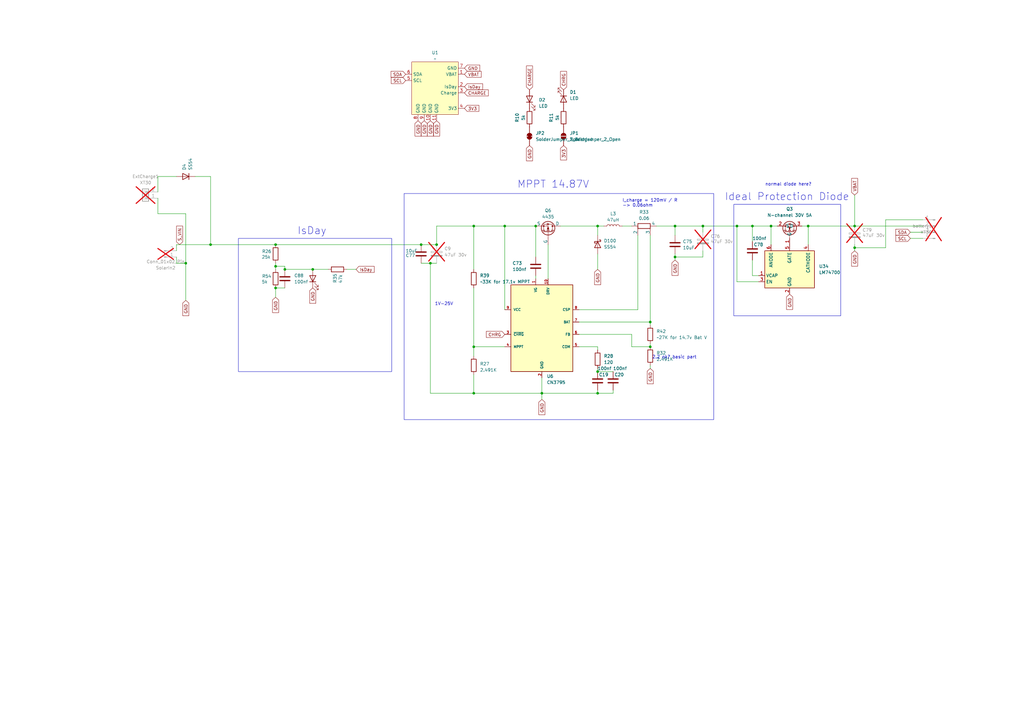
<source format=kicad_sch>
(kicad_sch (version 20250114) (generator "eeschema") (generator_version "9.0")
  (paper "A3")
  (lib_symbols
    (symbol "CN3795:CN3795" (pin_names (offset 1.016))
      (property "Reference" "U" (at 5.08 18.542 0))
      (property "Value" "CN3795" (at 5.08 -20.32 0))
      (symbol "CN3795_0_0"
        (rectangle (start -12.7 -17.78) (end 12.7 17.78) (stroke (width 0.254)) (fill (type background)))
        (pin bidirectional line (at -15.24 7.62 0) (length 2.54) (name "VCC") (number "9"))
        (pin bidirectional line (at -15.24 -2.54 0) (length 2.54) (name "~{CHRG}") (number "3"))
        (pin bidirectional line (at -15.24 -7.62 0) (length 2.54) (name "MPPT") (number "4"))
        (pin bidirectional line (at -2.54 20.32 270) (length 2.54) (name "VG") (number "1"))
        (pin bidirectional line (at 0 -20.32 90) (length 2.54) (name "GND") (number "2"))
        (pin bidirectional line (at 2.54 20.32 270) (length 2.54) (name "DRV") (number "10"))
        (pin bidirectional line (at 15.24 7.62 180) (length 2.54) (name "CSP") (number "8"))
        (pin bidirectional line (at 15.24 2.54 180) (length 2.54) (name "BAT") (number "7"))
        (pin bidirectional line (at 15.24 -2.54 180) (length 2.54) (name "FB") (number "6"))
        (pin bidirectional line (at 15.24 -7.62 180) (length 2.54) (name "COM") (number "5"))
      )
    )
    (symbol "Connector:Conn_01x02_Pin" (pin_names (offset 1.016) (hide yes))
      (property "Reference" "J" (at 0 2.54 0))
      (property "Value" "Conn_01x02_Pin" (at 0 -5.08 0))
      (symbol "Conn_01x02_Pin_1_1"
        (rectangle (start 0.8636 0.127) (end 0 -0.127) (stroke (width 0.1524)) (fill (type outline)))
        (rectangle (start 0.8636 -2.413) (end 0 -2.667) (stroke (width 0.1524)) (fill (type outline)))
        (polyline (pts (xy 1.27 0) (xy 0.8636 0)) (stroke (width 0.1524)))
        (polyline (pts (xy 1.27 -2.54) (xy 0.8636 -2.54)) (stroke (width 0.1524)))
        (pin passive line (at 5.08 0 180) (length 3.81) (name "Pin_1") (number "1"))
        (pin passive line (at 5.08 -2.54 180) (length 3.81) (name "Pin_2") (number "2"))
      )
    )
    (symbol "Connector:Conn_01x04_Pin" (pin_names (offset 1.016) (hide yes))
      (property "Reference" "J" (at 0 5.08 0))
      (property "Value" "Conn_01x04_Pin" (at 0 -7.62 0))
      (symbol "Conn_01x04_Pin_1_1"
        (rectangle (start 0.8636 2.667) (end 0 2.413) (stroke (width 0.1524)) (fill (type outline)))
        (rectangle (start 0.8636 0.127) (end 0 -0.127) (stroke (width 0.1524)) (fill (type outline)))
        (rectangle (start 0.8636 -2.413) (end 0 -2.667) (stroke (width 0.1524)) (fill (type outline)))
        (rectangle (start 0.8636 -4.953) (end 0 -5.207) (stroke (width 0.1524)) (fill (type outline)))
        (polyline (pts (xy 1.27 2.54) (xy 0.8636 2.54)) (stroke (width 0.1524)))
        (polyline (pts (xy 1.27 0) (xy 0.8636 0)) (stroke (width 0.1524)))
        (polyline (pts (xy 1.27 -2.54) (xy 0.8636 -2.54)) (stroke (width 0.1524)))
        (polyline (pts (xy 1.27 -5.08) (xy 0.8636 -5.08)) (stroke (width 0.1524)))
        (pin passive line (at 5.08 2.54 180) (length 3.81) (name "Pin_1") (number "1"))
        (pin passive line (at 5.08 0 180) (length 3.81) (name "Pin_2") (number "2"))
        (pin passive line (at 5.08 -2.54 180) (length 3.81) (name "Pin_3") (number "3"))
        (pin passive line (at 5.08 -5.08 180) (length 3.81) (name "Pin_4") (number "4"))
      )
    )
    (symbol "Connector_Generic:Conn_01x02" (pin_names (offset 1.016) (hide yes))
      (property "Reference" "J" (at 0 2.54 0))
      (property "Value" "Conn_01x02" (at 0 -5.08 0))
      (symbol "Conn_01x02_1_1"
        (rectangle (start -1.27 1.27) (end 1.27 -3.81) (stroke (width 0.254)) (fill (type background)))
        (rectangle (start -1.27 0.127) (end 0 -0.127) (stroke (width 0.1524)))
        (rectangle (start -1.27 -2.413) (end 0 -2.667) (stroke (width 0.1524)))
        (pin passive line (at -5.08 0 0) (length 3.81) (name "Pin_1") (number "1"))
        (pin passive line (at -5.08 -2.54 0) (length 3.81) (name "Pin_2") (number "2"))
      )
    )
    (symbol "Device:C" (pin_numbers (hide yes)) (pin_names (offset 0.254))
      (property "Reference" "C" (at 0.635 2.54 0))
      (property "Value" "C" (at 0.635 -2.54 0))
      (symbol "C_0_1"
        (polyline (pts (xy -2.032 0.762) (xy 2.032 0.762)) (stroke (width 0.508)))
        (polyline (pts (xy -2.032 -0.762) (xy 2.032 -0.762)) (stroke (width 0.508)))
      )
      (symbol "C_1_1"
        (pin passive line (at 0 3.81 270) (length 2.794) (name "~") (number "1"))
        (pin passive line (at 0 -3.81 90) (length 2.794) (name "~") (number "2"))
      )
    )
    (symbol "Device:C_Polarized" (pin_numbers (hide yes)) (pin_names (offset 0.254))
      (property "Reference" "C" (at 0.635 2.54 0))
      (property "Value" "C_Polarized" (at 0.635 -2.54 0))
      (symbol "C_Polarized_0_1"
        (rectangle (start -2.286 0.508) (end 2.286 1.016))
        (polyline (pts (xy -1.778 2.286) (xy -0.762 2.286)))
        (polyline (pts (xy -1.27 2.794) (xy -1.27 1.778)))
        (rectangle (start 2.286 -0.508) (end -2.286 -1.016) (fill (type outline)))
      )
      (symbol "C_Polarized_1_1"
        (pin passive line (at 0 3.81 270) (length 2.794) (name "~") (number "1"))
        (pin passive line (at 0 -3.81 90) (length 2.794) (name "~") (number "2"))
      )
    )
    (symbol "Device:D" (pin_numbers (hide yes)) (pin_names (offset 1.016) (hide yes))
      (property "Reference" "D" (at 0 2.54 0))
      (property "Value" "D" (at 0 -2.54 0))
      (symbol "D_0_1"
        (polyline (pts (xy -1.27 1.27) (xy -1.27 -1.27)) (stroke (width 0.254)))
        (polyline (pts (xy 1.27 1.27) (xy 1.27 -1.27) (xy -1.27 0) (xy 1.27 1.27)) (stroke (width 0.254)))
        (polyline (pts (xy 1.27 0) (xy -1.27 0)))
      )
      (symbol "D_1_1"
        (pin passive line (at -3.81 0 0) (length 2.54) (name "K") (number "1"))
        (pin passive line (at 3.81 0 180) (length 2.54) (name "A") (number "2"))
      )
    )
    (symbol "Device:D_Schottky" (pin_numbers (hide yes)) (pin_names (offset 1.016) (hide yes))
      (property "Reference" "D" (at 0 2.54 0))
      (property "Value" "D_Schottky" (at 0 -2.54 0))
      (symbol "D_Schottky_0_1"
        (polyline (pts (xy -1.905 0.635) (xy -1.905 1.27) (xy -1.27 1.27) (xy -1.27 -1.27) (xy -0.635 -1.27) (xy -0.635 -0.635)) (stroke (width 0.254)))
        (polyline (pts (xy 1.27 1.27) (xy 1.27 -1.27) (xy -1.27 0) (xy 1.27 1.27)) (stroke (width 0.254)))
        (polyline (pts (xy 1.27 0) (xy -1.27 0)))
      )
      (symbol "D_Schottky_1_1"
        (pin passive line (at -3.81 0 0) (length 2.54) (name "K") (number "1"))
        (pin passive line (at 3.81 0 180) (length 2.54) (name "A") (number "2"))
      )
    )
    (symbol "Device:L" (pin_numbers (hide yes)) (pin_names (offset 1.016) (hide yes))
      (property "Reference" "L" (at -1.27 0 90))
      (property "Value" "L" (at 1.905 0 90))
      (symbol "L_0_1"
        (arc (start 0 2.54) (mid 0.6323 1.905) (end 0 1.27))
        (arc (start 0 1.27) (mid 0.6323 0.635) (end 0 0))
        (arc (start 0 0) (mid 0.6323 -0.635) (end 0 -1.27))
        (arc (start 0 -1.27) (mid 0.6323 -1.905) (end 0 -2.54))
      )
      (symbol "L_1_1"
        (pin passive line (at 0 3.81 270) (length 1.27) (name "1") (number "1"))
        (pin passive line (at 0 -3.81 90) (length 1.27) (name "2") (number "2"))
      )
    )
    (symbol "Device:LED" (pin_numbers (hide yes)) (pin_names (offset 1.016) (hide yes))
      (property "Reference" "D" (at 0 2.54 0))
      (property "Value" "LED" (at 0 -2.54 0))
      (symbol "LED_0_1"
        (polyline (pts (xy -3.048 -0.762) (xy -4.572 -2.286) (xy -3.81 -2.286) (xy -4.572 -2.286) (xy -4.572 -1.524)))
        (polyline (pts (xy -1.778 -0.762) (xy -3.302 -2.286) (xy -2.54 -2.286) (xy -3.302 -2.286) (xy -3.302 -1.524)))
        (polyline (pts (xy -1.27 0) (xy 1.27 0)))
        (polyline (pts (xy -1.27 -1.27) (xy -1.27 1.27)) (stroke (width 0.254)))
        (polyline (pts (xy 1.27 -1.27) (xy 1.27 1.27) (xy -1.27 0) (xy 1.27 -1.27)) (stroke (width 0.254)))
      )
      (symbol "LED_1_1"
        (pin passive line (at -3.81 0 0) (length 2.54) (name "K") (number "1"))
        (pin passive line (at 3.81 0 180) (length 2.54) (name "A") (number "2"))
      )
    )
    (symbol "Device:R" (pin_numbers (hide yes)) (pin_names (offset 0))
      (property "Reference" "R" (at 2.032 0 90))
      (property "Value" "R" (at 0 0 90))
      (symbol "R_0_1"
        (rectangle (start -1.016 -2.54) (end 1.016 2.54) (stroke (width 0.254)))
      )
      (symbol "R_1_1"
        (pin passive line (at 0 3.81 270) (length 1.27) (name "~") (number "1"))
        (pin passive line (at 0 -3.81 90) (length 1.27) (name "~") (number "2"))
      )
    )
    (symbol "Device:R_Shunt" (pin_numbers (hide yes)) (pin_names (offset 0))
      (property "Reference" "R" (at -4.445 0 90))
      (property "Value" "R_Shunt" (at -2.54 0 90))
      (symbol "R_Shunt_0_1"
        (rectangle (start -1.016 -2.54) (end 1.016 2.54) (stroke (width 0.254)))
        (polyline (pts (xy 0 -2.54) (xy 1.27 -2.54)))
        (polyline (pts (xy 1.27 2.54) (xy 0 2.54)))
      )
      (symbol "R_Shunt_1_1"
        (pin passive line (at 0 5.08 270) (length 2.54) (name "1") (number "1"))
        (pin passive line (at 0 -5.08 90) (length 2.54) (name "4") (number "4"))
        (pin passive line (at 3.81 2.54 180) (length 2.54) (name "2") (number "2"))
        (pin passive line (at 3.81 -2.54 180) (length 2.54) (name "3") (number "3"))
      )
    )
    (symbol "ESP32-DEVKITC-32D:SL2300" (pin_names (offset 1.016))
      (property "Reference" "Q" (at 0 0 0))
      (property "Value" "SL2300" (at 7.62 0 0))
      (symbol "SL2300_1_1"
        (polyline (pts (xy -1.016 1.905) (xy -1.016 -1.905)) (stroke (width 0.254)))
        (polyline (pts (xy -1.016 0) (xy -3.81 0)))
        (polyline (pts (xy -0.508 2.286) (xy -0.508 1.27)) (stroke (width 0.254)))
        (polyline (pts (xy -0.508 0.508) (xy -0.508 -0.508)) (stroke (width 0.254)))
        (polyline (pts (xy -0.508 -1.27) (xy -0.508 -2.286)) (stroke (width 0.254)))
        (polyline (pts (xy -0.508 -1.778) (xy 2.032 -1.778) (xy 2.032 1.778) (xy -0.508 1.778)))
        (polyline (pts (xy -0.254 0) (xy 0.762 0.381) (xy 0.762 -0.381) (xy -0.254 0)) (fill (type outline)))
        (circle (center 0.381 0) (radius 2.794) (stroke (width 0.254)))
        (polyline (pts (xy 1.27 2.54) (xy 1.27 1.778)))
        (circle (center 1.27 1.778) (radius 0.254) (fill (type outline)))
        (circle (center 1.27 -1.778) (radius 0.254) (fill (type outline)))
        (polyline (pts (xy 1.27 -2.54) (xy 1.27 0) (xy -0.508 0)))
        (polyline (pts (xy 1.524 0.508) (xy 1.651 0.381) (xy 2.413 0.381) (xy 2.54 0.254)))
        (polyline (pts (xy 2.032 0.381) (xy 1.651 -0.254) (xy 2.413 -0.254) (xy 2.032 0.381)))
        (pin input line (at -6.35 0 0) (length 2.54) (name "G") (number "1"))
        (pin passive line (at 1.27 5.08 270) (length 2.54) (name "D") (number "3"))
        (pin passive line (at 1.27 -5.08 90) (length 2.54) (name "S") (number "2"))
      )
    )
    (symbol "Jumper:SolderJumper_2_Bridged" (pin_numbers (hide yes)) (pin_names (offset 0) (hide yes)) (exclude_from_sim yes) (in_bom no)
      (property "Reference" "JP" (at 0 2.032 0))
      (property "Value" "SolderJumper_2_Bridged" (at 0 -2.54 0))
      (symbol "SolderJumper_2_Bridged_0_1"
        (rectangle (start -0.508 0.508) (end 0.508 -0.508) (fill (type outline)))
        (polyline (pts (xy -0.254 1.016) (xy -0.254 -1.016)))
        (arc (start -0.254 -1.016) (mid -1.2656 0) (end -0.254 1.016))
        (arc (start -0.254 -1.016) (mid -1.2656 0) (end -0.254 1.016) (fill (type outline)))
        (arc (start 0.254 1.016) (mid 1.2656 0) (end 0.254 -1.016))
        (arc (start 0.254 1.016) (mid 1.2656 0) (end 0.254 -1.016) (fill (type outline)))
        (polyline (pts (xy 0.254 1.016) (xy 0.254 -1.016)))
      )
      (symbol "SolderJumper_2_Bridged_1_1"
        (pin passive line (at -3.81 0 0) (length 2.54) (name "A") (number "1"))
        (pin passive line (at 3.81 0 180) (length 2.54) (name "B") (number "2"))
      )
    )
    (symbol "Jumper:SolderJumper_2_Open" (pin_numbers (hide yes)) (pin_names (offset 0) (hide yes)) (exclude_from_sim yes) (in_bom no)
      (property "Reference" "JP" (at 0 2.032 0))
      (property "Value" "SolderJumper_2_Open" (at 0 -2.54 0))
      (symbol "SolderJumper_2_Open_0_1"
        (polyline (pts (xy -0.254 1.016) (xy -0.254 -1.016)))
        (arc (start -0.254 -1.016) (mid -1.2656 0) (end -0.254 1.016))
        (arc (start -0.254 -1.016) (mid -1.2656 0) (end -0.254 1.016) (fill (type outline)))
        (arc (start 0.254 1.016) (mid 1.2656 0) (end 0.254 -1.016))
        (arc (start 0.254 1.016) (mid 1.2656 0) (end 0.254 -1.016) (fill (type outline)))
        (polyline (pts (xy 0.254 1.016) (xy 0.254 -1.016)))
      )
      (symbol "SolderJumper_2_Open_1_1"
        (pin passive line (at -3.81 0 0) (length 2.54) (name "A") (number "1"))
        (pin passive line (at 3.81 0 180) (length 2.54) (name "B") (number "2"))
      )
    )
    (symbol "LED_1" (pin_numbers (hide yes)) (pin_names (offset 1.016) (hide yes))
      (property "Reference" "D" (at 0 2.54 0))
      (property "Value" "LED" (at 0 -2.54 0))
      (symbol "LED_1_0_1"
        (polyline (pts (xy -3.048 -0.762) (xy -4.572 -2.286) (xy -3.81 -2.286) (xy -4.572 -2.286) (xy -4.572 -1.524)))
        (polyline (pts (xy -1.778 -0.762) (xy -3.302 -2.286) (xy -2.54 -2.286) (xy -3.302 -2.286) (xy -3.302 -1.524)))
        (polyline (pts (xy -1.27 0) (xy 1.27 0)))
        (polyline (pts (xy -1.27 -1.27) (xy -1.27 1.27)) (stroke (width 0.254)))
        (polyline (pts (xy 1.27 -1.27) (xy 1.27 1.27) (xy -1.27 0) (xy 1.27 -1.27)) (stroke (width 0.254)))
      )
      (symbol "LED_1_1_1"
        (pin passive line (at -3.81 0 0) (length 2.54) (name "K") (number "1"))
        (pin passive line (at 3.81 0 180) (length 2.54) (name "A") (number "2"))
      )
    )
    (symbol "MPPT:MPPT"
      (property "Reference" "U" (at 0 0 0))
      (symbol "MPPT_1_1"
        (rectangle (start -10.16 -1.27) (end 8.89 -22.86) (fill (type background)))
        (pin input line (at -12.7 -6.35 0) (length 2.54) (name "SDA") (number "6"))
        (pin input line (at -12.7 -8.89 0) (length 2.54) (name "SCL") (number "5"))
        (pin power_out line (at -7.62 -25.4 90) (length 2.54) (name "GND") (number "8"))
        (pin power_out line (at -5.08 -25.4 90) (length 2.54) (name "GND") (number "9"))
        (pin power_out line (at -2.54 -25.4 90) (length 2.54) (name "GND") (number "10"))
        (pin power_out line (at 0 -25.4 90) (length 2.54) (name "GND") (number "11"))
        (pin power_out line (at 11.43 -3.81 180) (length 2.54) (name "GND") (number "7"))
        (pin power_out line (at 11.43 -6.35 180) (length 2.54) (name "VBAT") (number "1"))
        (pin output line (at 11.43 -11.43 180) (length 2.54) (name "IsDay") (number "2"))
        (pin input line (at 11.43 -13.97 180) (length 2.54) (name "Charge") (number "3"))
        (pin input line (at 11.43 -20.32 180) (length 2.54) (name "3V3") (number "4"))
      )
    )
    (symbol "Power_Management:LM74700"
      (property "Reference" "U" (at -9.525 -8.89 0))
      (property "Value" "LM74700" (at 7.62 -8.89 0))
      (symbol "LM74700_0_1"
        (rectangle (start -10.16 7.62) (end 10.16 -7.62) (stroke (width 0.254)) (fill (type background)))
      )
      (symbol "LM74700_1_1"
        (pin passive line (at -12.7 -2.54 0) (length 2.54) (name "VCAP") (number "1"))
        (pin input line (at -12.7 -5.08 0) (length 2.54) (name "EN") (number "3"))
        (pin power_in line (at -7.62 10.16 270) (length 2.54) (name "ANODE") (number "6"))
        (pin output line (at 0 10.16 270) (length 2.54) (name "GATE") (number "5"))
        (pin power_in line (at 0 -10.16 90) (length 2.54) (name "GND") (number "2"))
        (pin input line (at 7.62 10.16 270) (length 2.54) (name "CATHODE") (number "4"))
      )
    )
    (symbol "Simulation_SPICE:PMOS" (pin_numbers (hide yes)) (pin_names (offset 0))
      (property "Reference" "Q" (at 5.08 1.27 0))
      (property "Value" "PMOS" (at 5.08 -1.27 0))
      (symbol "PMOS_0_1"
        (polyline (pts (xy 0.254 1.905) (xy 0.254 -1.905)) (stroke (width 0.254)))
        (polyline (pts (xy 0.254 0) (xy -2.54 0)))
        (polyline (pts (xy 0.762 2.286) (xy 0.762 1.27)) (stroke (width 0.254)))
        (polyline (pts (xy 0.762 1.778) (xy 3.302 1.778) (xy 3.302 -1.778) (xy 0.762 -1.778)))
        (polyline (pts (xy 0.762 0.508) (xy 0.762 -0.508)) (stroke (width 0.254)))
        (polyline (pts (xy 0.762 -1.27) (xy 0.762 -2.286)) (stroke (width 0.254)))
        (circle (center 1.651 0) (radius 2.794) (stroke (width 0.254)))
        (polyline (pts (xy 2.286 0) (xy 1.27 0.381) (xy 1.27 -0.381) (xy 2.286 0)) (fill (type outline)))
        (polyline (pts (xy 2.54 2.54) (xy 2.54 1.778)))
        (circle (center 2.54 1.778) (radius 0.254) (fill (type outline)))
        (circle (center 2.54 -1.778) (radius 0.254) (fill (type outline)))
        (polyline (pts (xy 2.54 -2.54) (xy 2.54 0) (xy 0.762 0)))
        (polyline (pts (xy 2.794 -0.508) (xy 2.921 -0.381) (xy 3.683 -0.381) (xy 3.81 -0.254)))
        (polyline (pts (xy 3.302 -0.381) (xy 2.921 0.254) (xy 3.683 0.254) (xy 3.302 -0.381)))
      )
      (symbol "PMOS_1_1"
        (pin input line (at -5.08 0 0) (length 2.54) (name "G") (number "2"))
        (pin passive line (at 2.54 5.08 270) (length 2.54) (name "D") (number "1"))
        (pin passive line (at 2.54 -5.08 90) (length 2.54) (name "S") (number "3"))
      )
    )
  )
  (rectangle (start 300.99 83.82) (end 344.805 129.54))
  (rectangle (start 165.735 79.375) (end 292.735 172.085))
  (rectangle (start 97.79 97.79) (end 160.655 152.4))
  (text "normal diode here?" (at 323.342 75.692 0) (effects (font (size 1.27 1.27))))
  (text "IsDay" (at 121.92 96.52 0) (effects (font (size 3 3)) (justify left bottom)))
  (text "Ideal Protection Diode" (at 297.18 82.55 0) (effects (font (size 3 3)) (justify left bottom)))
  (text "1V-25V" (at 182.118 124.714 0) (effects (font (size 1.27 1.27))))
  (text "2.2 ok? basic part" (at 276.606 146.558 0) (effects (font (size 1.27 1.27))))
  (text "MPPT 14.87V" (at 212.09 77.47 0) (effects (font (size 3 3)) (justify left bottom)))
  (text "I_charge = 120mV / R\n-> 0.06ohm" (at 255.27 85.09 0) (effects (font (size 1.27 1.27)) (justify left bottom)))
  (junction (at 172.72 100.33))
  (junction (at 207.01 92.71))
  (junction (at 76.2 107.95))
  (junction (at 245.11 92.71))
  (junction (at 350.52 101.6))
  (junction (at 316.23 92.71))
  (junction (at 113.03 118.11))
  (junction (at 276.86 105.41))
  (junction (at 194.31 92.71))
  (junction (at 176.53 107.95))
  (junction (at 194.31 161.29))
  (junction (at 276.86 92.71))
  (junction (at 308.61 92.71))
  (junction (at 113.03 100.33))
  (junction (at 288.29 92.71))
  (junction (at 302.26 92.71))
  (junction (at 179.07 100.33))
  (junction (at 350.52 92.71))
  (junction (at 128.27 110.49))
  (junction (at 245.11 152.4))
  (junction (at 222.25 161.29))
  (junction (at 219.71 92.71))
  (junction (at 331.47 92.71))
  (junction (at 266.7 132.08))
  (junction (at 266.7 142.24))
  (junction (at 113.03 109.22))
  (junction (at 245.11 161.29))
  (junction (at 194.31 142.24))
  (junction (at 116.84 110.49))
  (junction (at 86.36 100.33))
  (wire (pts (xy 311.15 115.57) (xy 302.26 115.57)))
  (wire (pts (xy 194.31 92.71) (xy 207.01 92.71)))
  (wire (pts (xy 64.77 78.74) (xy 64.77 72.39)))
  (wire (pts (xy 261.62 127) (xy 237.49 127)))
  (wire (pts (xy 207.01 127) (xy 207.01 92.71)))
  (wire (pts (xy 64.77 72.39) (xy 72.39 72.39)))
  (wire (pts (xy 245.11 104.14) (xy 245.11 110.49)))
  (wire (pts (xy 363.22 90.17) (xy 378.46 90.17)))
  (wire (pts (xy 64.77 81.28) (xy 64.77 87.63)))
  (wire (pts (xy 245.11 151.13) (xy 245.11 152.4)))
  (wire (pts (xy 266.7 132.08) (xy 266.7 133.35)))
  (wire (pts (xy 176.53 107.95) (xy 176.53 161.29)))
  (wire (pts (xy 113.03 109.22) (xy 113.03 110.49)))
  (wire (pts (xy 276.86 105.41) (xy 288.29 105.41)))
  (wire (pts (xy 311.15 113.03) (xy 308.61 113.03)))
  (wire (pts (xy 86.36 100.33) (xy 113.03 100.33)))
  (wire (pts (xy 113.03 100.33) (xy 172.72 100.33)))
  (wire (pts (xy 176.53 161.29) (xy 194.31 161.29)))
  (wire (pts (xy 76.2 87.63) (xy 76.2 107.95)))
  (wire (pts (xy 373.38 95.25) (xy 378.46 95.25)))
  (wire (pts (xy 245.11 92.71) (xy 247.65 92.71)))
  (wire (pts (xy 266.7 132.08) (xy 266.7 96.52)))
  (wire (pts (xy 328.93 92.71) (xy 331.47 92.71)))
  (wire (pts (xy 237.49 137.16) (xy 259.08 137.16)))
  (wire (pts (xy 72.39 107.95) (xy 76.2 107.95)))
  (wire (pts (xy 194.31 161.29) (xy 222.25 161.29)))
  (wire (pts (xy 350.52 101.6) (xy 363.22 101.6)))
  (wire (pts (xy 116.84 110.49) (xy 128.27 110.49)))
  (wire (pts (xy 224.79 100.33) (xy 224.79 114.3)))
  (wire (pts (xy 316.23 92.71) (xy 318.77 92.71)))
  (wire (pts (xy 259.08 137.16) (xy 259.08 142.24)))
  (wire (pts (xy 194.31 153.67) (xy 194.31 161.29)))
  (wire (pts (xy 276.86 92.71) (xy 269.24 92.71)))
  (wire (pts (xy 276.86 96.52) (xy 276.86 92.71)))
  (wire (pts (xy 288.29 92.71) (xy 288.29 95.25)))
  (wire (pts (xy 72.39 105.41) (xy 72.39 107.95)))
  (wire (pts (xy 64.77 87.63) (xy 76.2 87.63)))
  (wire (pts (xy 245.11 152.4) (xy 251.46 152.4)))
  (wire (pts (xy 245.11 142.24) (xy 245.11 143.51)))
  (wire (pts (xy 276.86 92.71) (xy 288.29 92.71)))
  (wire (pts (xy 237.49 142.24) (xy 245.11 142.24)))
  (wire (pts (xy 172.72 100.33) (xy 179.07 100.33)))
  (wire (pts (xy 194.31 142.24) (xy 194.31 146.05)))
  (wire (pts (xy 194.31 142.24) (xy 207.01 142.24)))
  (wire (pts (xy 176.53 107.95) (xy 179.07 107.95)))
  (wire (pts (xy 350.52 101.6) (xy 350.52 100.33)))
  (wire (pts (xy 113.03 107.95) (xy 113.03 109.22)))
  (wire (pts (xy 261.62 96.52) (xy 261.62 127)))
  (wire (pts (xy 116.84 109.22) (xy 116.84 110.49)))
  (wire (pts (xy 350.52 80.01) (xy 350.52 92.71)))
  (wire (pts (xy 373.38 97.79) (xy 378.46 97.79)))
  (wire (pts (xy 113.03 118.11) (xy 113.03 121.92)))
  (wire (pts (xy 245.11 92.71) (xy 245.11 96.52)))
  (wire (pts (xy 86.36 72.39) (xy 86.36 100.33)))
  (wire (pts (xy 288.29 102.87) (xy 288.29 105.41)))
  (wire (pts (xy 308.61 106.68) (xy 308.61 113.03)))
  (wire (pts (xy 308.61 92.71) (xy 308.61 99.06)))
  (wire (pts (xy 350.52 102.87) (xy 350.52 101.6)))
  (wire (pts (xy 207.01 92.71) (xy 219.71 92.71)))
  (wire (pts (xy 266.7 142.24) (xy 259.08 142.24)))
  (wire (pts (xy 222.25 161.29) (xy 222.25 163.83)))
  (wire (pts (xy 76.2 107.95) (xy 76.2 123.19)))
  (wire (pts (xy 194.31 92.71) (xy 194.31 110.49)))
  (wire (pts (xy 113.03 109.22) (xy 116.84 109.22)))
  (wire (pts (xy 363.22 101.6) (xy 363.22 90.17)))
  (wire (pts (xy 179.07 92.71) (xy 179.07 100.33)))
  (wire (pts (xy 72.39 102.87) (xy 72.39 100.33)))
  (wire (pts (xy 331.47 92.71) (xy 331.47 100.33)))
  (wire (pts (xy 80.01 72.39) (xy 86.36 72.39)))
  (wire (pts (xy 266.7 140.97) (xy 266.7 142.24)))
  (wire (pts (xy 266.7 149.86) (xy 266.7 151.13)))
  (wire (pts (xy 142.24 110.49) (xy 146.05 110.49)))
  (wire (pts (xy 72.39 100.33) (xy 86.36 100.33)))
  (wire (pts (xy 245.11 161.29) (xy 222.25 161.29)))
  (wire (pts (xy 316.23 92.71) (xy 316.23 100.33)))
  (wire (pts (xy 245.11 161.29) (xy 251.46 161.29)))
  (wire (pts (xy 219.71 92.71) (xy 219.71 105.41)))
  (wire (pts (xy 302.26 115.57) (xy 302.26 92.71)))
  (wire (pts (xy 350.52 92.71) (xy 378.46 92.71)))
  (wire (pts (xy 288.29 92.71) (xy 302.26 92.71)))
  (wire (pts (xy 251.46 161.29) (xy 251.46 160.02)))
  (wire (pts (xy 302.26 92.71) (xy 308.61 92.71)))
  (wire (pts (xy 245.11 161.29) (xy 245.11 160.02)))
  (wire (pts (xy 222.25 154.94) (xy 222.25 161.29)))
  (wire (pts (xy 237.49 132.08) (xy 266.7 132.08)))
  (wire (pts (xy 276.86 105.41) (xy 276.86 106.68)))
  (wire (pts (xy 179.07 92.71) (xy 194.31 92.71)))
  (wire (pts (xy 276.86 104.14) (xy 276.86 105.41)))
  (wire (pts (xy 308.61 92.71) (xy 316.23 92.71)))
  (wire (pts (xy 229.87 92.71) (xy 245.11 92.71)))
  (wire (pts (xy 255.27 92.71) (xy 259.08 92.71)))
  (wire (pts (xy 172.72 107.95) (xy 176.53 107.95)))
  (wire (pts (xy 331.47 92.71) (xy 350.52 92.71)))
  (wire (pts (xy 113.03 118.11) (xy 116.84 118.11)))
  (wire (pts (xy 219.71 113.03) (xy 219.71 114.3)))
  (wire (pts (xy 194.31 118.11) (xy 194.31 142.24)))
  (wire (pts (xy 128.27 110.49) (xy 134.62 110.49)))
  (global_label "S_VIN" (shape input) (at 73.66 100.33 90) (property "Intersheetrefs" "${INTERSHEET_REFS}" (effects (hide yes))))
  (global_label "GND" (shape input) (at 113.03 121.92 270) (property "Intersheetrefs" "${INTERSHEET_REFS}" (effects (hide yes))))
  (global_label "CHRG" (shape input) (at 231.14 36.83 90) (property "Intersheetrefs" "${INTERSHEET_REFS}" (effects (hide yes))))
  (global_label "GND" (shape input) (at 266.7 151.13 270) (property "Intersheetrefs" "${INTERSHEET_REFS}" (effects (hide yes))))
  (global_label "GND" (shape input) (at 276.86 106.68 270) (property "Intersheetrefs" "${INTERSHEET_REFS}" (effects (hide yes))))
  (global_label "VBAT" (shape input) (at 190.5 30.48 0) (property "Intersheetrefs" "${INTERSHEET_REFS}" (effects (hide yes))))
  (global_label "GND" (shape input) (at 350.52 102.87 270) (property "Intersheetrefs" "${INTERSHEET_REFS}" (effects (hide yes))))
  (global_label "CHRG" (shape input) (at 207.01 137.16 180) (property "Intersheetrefs" "${INTERSHEET_REFS}" (effects (hide yes))))
  (global_label "GND" (shape input) (at 323.85 120.65 270) (property "Intersheetrefs" "${INTERSHEET_REFS}" (effects (hide yes))))
  (global_label "SDA" (shape input) (at 166.37 30.48 180) (property "Intersheetrefs" "${INTERSHEET_REFS}" (effects (hide yes))))
  (global_label "GND" (shape input) (at 222.25 163.83 270) (property "Intersheetrefs" "${INTERSHEET_REFS}" (effects (hide yes))))
  (global_label "CHARGE" (shape input) (at 190.5 38.1 0) (property "Intersheetrefs" "${INTERSHEET_REFS}" (effects (hide yes))))
  (global_label "SDA" (shape input) (at 373.38 95.25 180) (property "Intersheetrefs" "${INTERSHEET_REFS}" (effects (hide yes))))
  (global_label "3V3" (shape input) (at 190.5 44.45 0) (property "Intersheetrefs" "${INTERSHEET_REFS}" (effects (hide yes))))
  (global_label "IsDay" (shape input) (at 190.5 35.56 0) (property "Intersheetrefs" "${INTERSHEET_REFS}" (effects (hide yes))))
  (global_label "GND" (shape input) (at 176.53 49.53 270) (property "Intersheetrefs" "${INTERSHEET_REFS}" (effects (hide yes))))
  (global_label "SCL" (shape input) (at 373.38 97.79 180) (property "Intersheetrefs" "${INTERSHEET_REFS}" (effects (hide yes))))
  (global_label "SCL" (shape input) (at 166.37 33.02 180) (property "Intersheetrefs" "${INTERSHEET_REFS}" (effects (hide yes))))
  (global_label "GND" (shape input) (at 171.45 49.53 270) (property "Intersheetrefs" "${INTERSHEET_REFS}" (effects (hide yes))))
  (global_label "GND" (shape input) (at 173.99 49.53 270) (property "Intersheetrefs" "${INTERSHEET_REFS}" (effects (hide yes))))
  (global_label "VBAT" (shape input) (at 350.52 80.01 90) (property "Intersheetrefs" "${INTERSHEET_REFS}" (effects (hide yes))))
  (global_label "GND" (shape input) (at 179.07 49.53 270) (property "Intersheetrefs" "${INTERSHEET_REFS}" (effects (hide yes))))
  (global_label "GND" (shape input) (at 76.2 123.19 270) (property "Intersheetrefs" "${INTERSHEET_REFS}" (effects (hide yes))))
  (global_label "GND" (shape input) (at 128.27 118.11 270) (property "Intersheetrefs" "${INTERSHEET_REFS}" (effects (hide yes))))
  (global_label "GND" (shape input) (at 217.17 59.69 270) (property "Intersheetrefs" "${INTERSHEET_REFS}" (effects (hide yes))))
  (global_label "CHARGE" (shape input) (at 217.17 36.83 90) (property "Intersheetrefs" "${INTERSHEET_REFS}" (effects (hide yes))))
  (global_label "3V3" (shape input) (at 231.14 59.69 270) (property "Intersheetrefs" "${INTERSHEET_REFS}" (effects (hide yes))))
  (global_label "GND" (shape input) (at 190.5 27.94 0) (property "Intersheetrefs" "${INTERSHEET_REFS}" (effects (hide yes))))
  (global_label "GND" (shape input) (at 245.11 110.49 270) (property "Intersheetrefs" "${INTERSHEET_REFS}" (effects (hide yes))))
  (global_label "IsDay" (shape input) (at 146.05 110.49 0) (property "Intersheetrefs" "${INTERSHEET_REFS}" (effects (hide yes))))
  (symbol (lib_id "Device:C") (at 116.84 114.3 0) (unit 1)
    (property "Reference" "C88" (at 120.65 113.03 0) (effects (justify left)))
    (property "Value" "100nf" (at 120.65 115.57 0) (effects (justify left)))
    (property "Footprint" "PCM_Capacitor_SMD_Handsoldering_AKL:C_0603_1608Metric_Pad1.08x0.95mm" (effects (hide yes)))
    (property "LCSC_PART_NUMBER" "C14665" (effects (hide yes)))
  )
  (symbol (lib_name "LED_1") (lib_id "Device:LED") (at 128.27 114.3 90) (unit 1)
    (property "Reference" "D11" (effects (hide yes)))
    (property "Value" "GREEN" (effects (hide yes)))
    (property "Footprint" "LED_SMD:LED_0805_2012Metric" (effects (hide yes)))
    (property "Description" "Light emitting diode" (effects (hide yes)))
    (property "LCSC_PART_NUMBER" "C84256" (effects (hide yes)))
    (property "Sim.Pins" "1=K 2=A" (effects (hide yes)))
  )
  (symbol (lib_id "Device:C") (at 308.61 102.87 0) (unit 1)
    (property "Reference" "C78" (at 313.055 100.33 0) (effects (justify right)))
    (property "Value" "100nf" (at 314.325 97.79 0) (effects (justify right)))
    (property "Footprint" "PCM_Capacitor_SMD_Handsoldering_AKL:C_0603_1608Metric_Pad1.08x0.95mm" (effects (hide yes)))
    (property "LCSC_PART_NUMBER" "C49678" (effects (hide yes)))
  )
  (symbol (lib_id "Device:R") (at 245.11 147.32 0) (unit 1)
    (property "Reference" "R28" (at 247.65 146.05 0) (effects (justify left)))
    (property "Value" "120" (at 247.65 148.59 0) (effects (justify left)))
    (property "Footprint" "Resistor_SMD:R_0603_1608Metric" (effects (hide yes)))
    (property "LCSC_PART_NUMBER" "C2907096" (effects (hide yes)))
  )
  (symbol (lib_id "Device:C") (at 219.71 109.22 0) (unit 1)
    (property "Reference" "C73" (at 210.185 107.95 0) (effects (justify left)))
    (property "Value" "100nf" (at 210.185 110.49 0) (effects (justify left)))
    (property "Footprint" "PCM_Capacitor_SMD_Handsoldering_AKL:C_0603_1608Metric_Pad1.08x0.95mm" (effects (hide yes)))
    (property "LCSC_PART_NUMBER" "C49678" (effects (hide yes)))
  )
  (symbol (lib_id "CN3795:CN3795") (at 222.25 134.62 0) (unit 1)
    (property "Reference" "U6" (at 224.2694 154.305 0) (effects (justify left)))
    (property "Value" "CN3795" (at 224.2694 156.845 0) (effects (justify left)))
    (property "Footprint" "PCM_Package_SO_AKL:TSSOP-10_3x3mm_P0.5mm" (effects (hide yes)))
    (property "Description" "4A, Multi-Chemistry Battery Charger\nWith Photovoltaic Cell MPPT Function" (effects (hide yes)))
    (property "MF" "Consonance" (effects (hide yes)))
    (property "Package" "Package" (effects (hide yes)))
    (property "Price" "None" (effects (hide yes)))
    (property "SnapEDA_Link" "https://www.snapeda.com/parts/CN3795/Consonance/view-part/?ref=snap" (effects (hide yes)))
    (property "MP" "CN3795" (effects (hide yes)))
    (property "Availability" "Not in stock" (effects (hide yes)))
    (property "Check_prices" "https://www.snapeda.com/parts/CN3795/Consonance/view-part/?ref=eda" (effects (hide yes)))
    (property "Description_1" "4A, Multi-Chemistry Battery Charger\nWith Photovoltaic Cell MPPT Function" (effects (hide yes)))
    (property "LCSC_PART_NUMBER" "C150555" (effects (hide yes)))
  )
  (symbol (lib_id "Connector:Conn_01x04_Pin") (at 383.54 92.71 0) (mirror y) (unit 1) (dnp yes)
    (property "Reference" "battery1" (at 382.27 92.71 0) (effects (justify left)))
    (property "Value" "XT30" (at 382.27 95.25 0) (effects (justify left)))
    (property "Footprint" "kicad-stuff:AMASS_XT30UPB+DATA-M_1x02_P5.0mm_Vertical" (effects (hide yes)))
    (property "Description" "Generic connector, single row, 01x04, script generated" (effects (hide yes)))
    (property "LCSC_PART_NUMBER" "C108769" (effects (hide yes)))
  )
  (symbol (lib_id "Device:R") (at 217.17 48.26 180) (unit 1)
    (property "Reference" "R10" (at 212.09 48.26 90))
    (property "Value" "5k" (at 214.63 48.26 90))
    (property "Footprint" "Resistor_SMD:R_0603_1608Metric" (effects (hide yes)))
    (property "LCSC_PART_NUMBER" "C212284" (effects (hide yes)))
  )
  (symbol (lib_id "Connector:Conn_01x02_Pin") (at 67.31 105.41 0) (mirror x) (unit 1) (dnp yes)
    (property "Reference" "SolarIn2" (at 67.945 109.855 0))
    (property "Value" "Conn_01x02_Pin" (at 67.945 107.315 0))
    (property "Footprint" "Connector_AMASS:AMASS_XT30UPB-M_1x02_P5.0mm_Vertical" (effects (hide yes)))
  )
  (symbol (lib_id "Device:R") (at 266.7 146.05 0) (unit 1)
    (property "Reference" "R32" (at 269.24 144.78 0) (effects (justify left)))
    (property "Value" "2.491K" (at 269.24 147.32 0) (effects (justify left)))
    (property "Footprint" "Resistor_SMD:R_0603_1608Metric" (effects (hide yes)))
    (property "LCSC_PART_NUMBER" "C2930072" (effects (hide yes)))
  )
  (symbol (lib_id "Device:C") (at 251.46 156.21 0) (unit 1)
    (property "Reference" "C20" (at 255.905 153.67 0) (effects (justify right)))
    (property "Value" "100nf" (at 257.175 151.13 0) (effects (justify right)))
    (property "Footprint" "PCM_Capacitor_SMD_Handsoldering_AKL:C_0603_1608Metric_Pad1.08x0.95mm" (effects (hide yes)))
    (property "LCSC_PART_NUMBER" "C49678" (effects (hide yes)))
  )
  (symbol (lib_id "ESP32-DEVKITC-32D:SL2300") (at 323.85 93.98 270) (mirror x) (unit 1)
    (property "Reference" "Q3" (at 323.85 85.725 90))
    (property "Value" "N-channel 30V 5A" (at 323.85 88.265 90))
    (property "Footprint" "PCM_Package_TO_SOT_SMD_AKL:SOT-23" (effects (hide yes)))
    (property "LCSC_PART_NUMBER" "C5364313" (effects (hide yes)))
  )
  (symbol (lib_id "Connector_Generic:Conn_01x02") (at 59.69 81.28 180) (unit 1) (dnp yes)
    (property "Reference" "ExtCharge1" (at 59.69 72.39 0))
    (property "Value" "XT30" (at 59.69 74.93 0))
    (property "Footprint" "Connector_AMASS:AMASS_XT30UPB-F_1x02_P5.0mm_Vertical" (effects (hide yes)))
    (property "LCSC_PART_NUMBER" "C108769" (effects (hide yes)))
  )
  (symbol (lib_id "Simulation_SPICE:PMOS") (at 224.79 95.25 270) (mirror x) (unit 1)
    (property "Reference" "Q6" (at 224.79 86.36 90))
    (property "Value" "4435" (at 224.79 88.9 90))
    (property "Footprint" "board:4435" (effects (hide yes)))
    (property "Datasheet" "https://ngspice.sourceforge.io/docs/ngspice-html-manual/manual.xhtml#cha_MOSFETs" (effects (hide yes)))
    (property "Description" "P-MOSFET transistor, drain/source/gate" (effects (hide yes)))
    (property "Sim.Device" "PMOS" (effects (hide yes)))
    (property "Sim.Type" "VDMOS" (effects (hide yes)))
    (property "Sim.Pins" "1=D 2=G 3=S" (effects (hide yes)))
    (property "LCSC_PART_NUMBER" "C2833150" (effects (hide yes)))
  )
  (symbol (lib_id "Device:R") (at 113.03 114.3 0) (unit 1)
    (property "Reference" "R54" (at 107.442 113.284 0) (effects (justify left)))
    (property "Value" "5k" (at 107.315 115.57 0) (effects (justify left)))
    (property "Footprint" "Resistor_SMD:R_0603_1608Metric" (effects (hide yes)))
    (property "LCSC_PART_NUMBER" "C212284" (effects (hide yes)))
    (property "Sim.Device" "R" (effects (hide yes)))
    (property "Sim.Pins" "1=+ 2=-" (effects (hide yes)))
  )
  (symbol (lib_id "Device:R") (at 231.14 48.26 180) (unit 1)
    (property "Reference" "R11" (at 226.06 48.26 90))
    (property "Value" "5k" (at 228.6 48.26 90))
    (property "Footprint" "Resistor_SMD:R_0603_1608Metric" (effects (hide yes)))
    (property "LCSC_PART_NUMBER" "C212284" (effects (hide yes)))
  )
  (symbol (lib_id "Device:R") (at 194.31 149.86 180) (unit 1)
    (property "Reference" "R27" (at 196.85 149.225 0) (effects (justify right)))
    (property "Value" "2.491K" (at 196.85 151.765 0) (effects (justify right)))
    (property "Footprint" "Resistor_SMD:R_0603_1608Metric" (effects (hide yes)))
    (property "LCSC_PART_NUMBER" "C2930072" (effects (hide yes)))
  )
  (symbol (lib_id "Device:C") (at 276.86 100.33 0) (unit 1)
    (property "Reference" "C75" (at 280.035 99.06 0) (effects (justify left)))
    (property "Value" "10uF" (at 280.035 101.6 0) (effects (justify left)))
    (property "Footprint" "PCM_Capacitor_SMD_Handsoldering_AKL:C_1206_3216Metric_Pad1.33x1.80mm" (effects (hide yes)))
    (property "LCSC_PART_NUMBER" "C13585" (effects (hide yes)))
  )
  (symbol (lib_id "Device:D_Schottky") (at 245.11 100.33 270) (unit 1)
    (property "Reference" "D100" (at 247.65 98.7425 90) (effects (justify left)))
    (property "Value" "SS54" (at 247.65 101.2825 90) (effects (justify left)))
    (property "Footprint" "PCM_Diode_SMD_Handsoldering_AKL:D_SMAFL" (effects (hide yes)))
    (property "LCSC_PART_NUMBER" "C5359893" (effects (hide yes)))
  )
  (symbol (lib_id "Device:C") (at 172.72 104.14 0) (unit 1)
    (property "Reference" "C77" (at 166.37 104.775 0) (effects (justify left)))
    (property "Value" "10uF" (at 166.37 102.87 0) (effects (justify left)))
    (property "Footprint" "PCM_Capacitor_SMD_Handsoldering_AKL:C_1206_3216Metric_Pad1.33x1.80mm" (effects (hide yes)))
    (property "LCSC_PART_NUMBER" "C13585" (effects (hide yes)))
  )
  (symbol (lib_id "Jumper:SolderJumper_2_Open") (at 231.14 55.88 90) (unit 1) (exclude_from_sim yes) (in_bom no)
    (property "Reference" "JP1" (at 233.68 54.6099 90) (effects (justify right)))
    (property "Value" "SolderJumper_2_Open" (at 233.68 57.1499 90) (effects (justify right)))
    (property "Footprint" "Jumper:SolderJumper-2_P1.3mm_Open_RoundedPad1.0x1.5mm" (effects (hide yes)))
    (property "Description" "Solder Jumper, 2-pole, open" (effects (hide yes)))
  )
  (symbol (lib_id "MPPT:MPPT") (at 179.07 24.13 0) (unit 1)
    (property "Reference" "U1" (at 178.435 21.59 0))
    (property "Value" "~" (at 178.435 24.13 0))
    (property "Footprint" "MPPT:MPPT" (effects (hide yes)))
  )
  (symbol (lib_id "Device:C") (at 245.11 156.21 0) (unit 1)
    (property "Reference" "C19" (at 249.555 153.67 0) (effects (justify right)))
    (property "Value" "100nf" (at 250.825 151.13 0) (effects (justify right)))
    (property "Footprint" "PCM_Capacitor_SMD_Handsoldering_AKL:C_0603_1608Metric_Pad1.08x0.95mm" (effects (hide yes)))
    (property "LCSC_PART_NUMBER" "C49678" (effects (hide yes)))
  )
  (symbol (lib_id "Device:LED") (at 217.17 40.64 90) (unit 1)
    (property "Reference" "D2" (at 220.98 40.9574 90) (effects (justify right)))
    (property "Value" "LED" (at 220.98 43.4974 90) (effects (justify right)))
    (property "Footprint" "LED_SMD:LED_0805_2012Metric" (effects (hide yes)))
    (property "Description" "Light emitting diode" (effects (hide yes)))
    (property "Sim.Pins" "1=K 2=A" (effects (hide yes)))
  )
  (symbol (lib_id "Device:C_Polarized") (at 288.29 99.06 0) (unit 1) (dnp yes)
    (property "Reference" "C76" (at 291.465 96.901 0) (effects (justify left)))
    (property "Value" "47uF 30v" (at 291.465 99.06 0) (effects (justify left)))
    (property "Footprint" "Capacitor_THT:CP_Radial_D5.0mm_P2.00mm" (effects (hide yes)))
  )
  (symbol (lib_id "Device:R_Shunt") (at 264.16 92.71 90) (mirror x) (unit 1)
    (property "Reference" "R33" (at 264.16 86.995 90))
    (property "Value" "0.06" (at 264.16 89.535 90))
    (property "Footprint" "board:R_Shunt_Vishay_WSK2512_6332Metric_T1.19mm" (effects (hide yes)))
    (property "LCSC_PART_NUMBER" "C2903489" (effects (hide yes)))
  )
  (symbol (lib_id "Power_Management:LM74700") (at 323.85 110.49 0) (unit 1)
    (property "Reference" "U34" (at 335.915 109.22 0) (effects (justify left)))
    (property "Value" "LM74700" (at 335.915 111.76 0) (effects (justify left)))
    (property "Footprint" "Package_TO_SOT_SMD:SOT-23-6" (effects (hide yes)))
    (property "Datasheet" "http://www.ti.com/lit/gpn/LM74700-Q1" (effects (hide yes)))
    (property "LCSC_PART_NUMBER" "C7589230" (effects (hide yes)))
  )
  (symbol (lib_id "Device:R") (at 113.03 104.14 0) (unit 1)
    (property "Reference" "R26" (at 107.442 103.124 0) (effects (justify left)))
    (property "Value" "25k" (at 107.315 105.41 0) (effects (justify left)))
    (property "Footprint" "Resistor_SMD:R_0603_1608Metric" (effects (hide yes)))
    (property "LCSC_PART_NUMBER" "C861451" (effects (hide yes)))
  )
  (symbol (lib_id "Device:LED") (at 231.14 40.64 270) (unit 1)
    (property "Reference" "D1" (at 233.68 37.7824 90) (effects (justify left)))
    (property "Value" "LED" (at 233.68 40.3224 90) (effects (justify left)))
    (property "Footprint" "LED_SMD:LED_0805_2012Metric" (effects (hide yes)))
    (property "Description" "Light emitting diode" (effects (hide yes)))
    (property "Sim.Pins" "1=K 2=A" (effects (hide yes)))
  )
  (symbol (lib_id "Device:C_Polarized") (at 179.07 104.14 0) (unit 1) (dnp yes)
    (property "Reference" "C9" (at 182.245 101.981 0) (effects (justify left)))
    (property "Value" "47uF 30v" (at 182.245 104.521 0) (effects (justify left)))
    (property "Footprint" "Capacitor_THT:CP_Radial_D5.0mm_P2.00mm" (effects (hide yes)))
  )
  (symbol (lib_id "Device:R") (at 266.7 137.16 0) (unit 1)
    (property "Reference" "R42" (at 269.24 135.8899 0) (effects (justify left)))
    (property "Value" "~27K for 14.7v Bat V" (at 269.24 138.4299 0) (effects (justify left)))
    (property "Footprint" "Resistor_THT:R_Axial_DIN0207_L6.3mm_D2.5mm_P2.54mm_Vertical" (effects (hide yes)))
    (property "Description" "Resistor" (effects (hide yes)))
  )
  (symbol (lib_id "Device:C_Polarized") (at 350.52 96.52 0) (unit 1) (dnp yes)
    (property "Reference" "C79" (at 353.695 94.361 0) (effects (justify left)))
    (property "Value" "47uF 30v" (at 353.695 96.52 0) (effects (justify left)))
    (property "Footprint" "Capacitor_THT:CP_Radial_D5.0mm_P2.00mm" (effects (hide yes)))
  )
  (symbol (lib_id "Jumper:SolderJumper_2_Bridged") (at 217.17 55.88 90) (unit 1) (exclude_from_sim yes) (in_bom no)
    (property "Reference" "JP2" (at 219.71 54.6099 90) (effects (justify right)))
    (property "Value" "SolderJumper_2_Bridged" (at 219.71 57.1499 90) (effects (justify right)))
    (property "Footprint" "Jumper:SolderJumper-2_P1.3mm_Bridged_RoundedPad1.0x1.5mm" (effects (hide yes)))
    (property "Description" "Solder Jumper, 2-pole, closed/bridged" (effects (hide yes)))
  )
  (symbol (lib_id "Device:R") (at 138.43 110.49 90) (unit 1)
    (property "Reference" "R35" (at 137.414 116.078 0) (effects (justify left)))
    (property "Value" "47k" (at 139.7 116.205 0) (effects (justify left)))
    (property "Footprint" "Resistor_SMD:R_0603_1608Metric" (effects (hide yes)))
    (property "LCSC_PART_NUMBER" "C25819" (effects (hide yes)))
  )
  (symbol (lib_id "Device:R") (at 194.31 114.3 0) (unit 1)
    (property "Reference" "R39" (at 196.85 113.0299 0) (effects (justify left)))
    (property "Value" "~33K for 17.1v MPPT" (at 196.85 115.5699 0) (effects (justify left)))
    (property "Footprint" "Resistor_THT:R_Axial_DIN0207_L6.3mm_D2.5mm_P2.54mm_Vertical" (effects (hide yes)))
    (property "Description" "Resistor" (effects (hide yes)))
  )
  (symbol (lib_id "Device:D") (at 76.2 72.39 180) (unit 1)
    (property "Reference" "D4" (at 75.565 69.85 90) (effects (justify right)))
    (property "Value" "SS54" (at 78.105 69.85 90) (effects (justify right)))
    (property "Footprint" "PCM_Diode_SMD_Handsoldering_AKL:D_SMAFL" (effects (hide yes)))
    (property "Description" "Diode" (effects (hide yes)))
    (property "Sim.Device" "D" (effects (hide yes)))
    (property "Sim.Pins" "1=K 2=A" (effects (hide yes)))
    (property "LCSC_PART_NUMBER" "C5359893" (effects (hide yes)))
  )
  (symbol (lib_id "Device:L") (at 251.46 92.71 90) (unit 1)
    (property "Reference" "L3" (at 251.46 87.63 90))
    (property "Value" "47uH" (at 251.46 90.17 90))
    (property "Footprint" "Inductor_SMD:L_12x12mm_H4.5mm" (effects (hide yes)))
    (property "LCSC_PART_NUMBER" "C20415550" (effects (hide yes)))
  )
)
</source>
